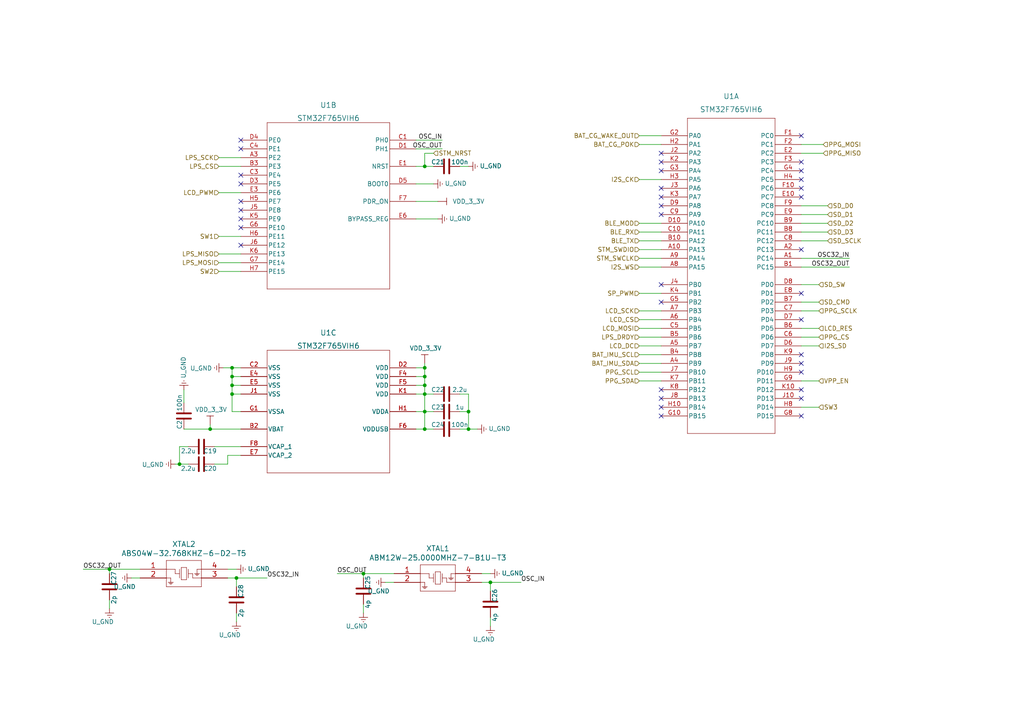
<source format=kicad_sch>
(kicad_sch (version 20211123) (generator eeschema)
  (paper "A4")
  (lib_symbols
    (symbol "Device:C" (pin_numbers hide) (pin_names (offset 0.254))
      (property "Reference" "C" (at 0.635 2.54 0))
      (property "Value" "C" (at 0.635 -2.54 0))
      (symbol "C_0_1"
        (polyline (pts (xy -2.032 -0.762) (xy 2.032 -0.762)) (stroke (width 0.508)))
        (polyline (pts (xy -2.032 0.762) (xy 2.032 0.762)) (stroke (width 0.508)))
      )
      (symbol "C_1_1"
        (pin passive line (at 0 3.81 270) (length 2.794) (name "~") (number "1"))
        (pin passive line (at 0 -3.81 90) (length 2.794) (name "~") (number "2"))
      )
    )
    (symbol "User_library:ABM12W-25.0000MHZ-7-B1U-T3" (pin_names (offset 0.254) hide)
      (property "Reference" "XTAL" (at 12.7 3.81 0))
      (property "Value" "User_library_ABM12W-25.0000MHZ-7-B1U-T3" (at 12.7 -7.62 0))
      (symbol "ABM12W-25.0000MHZ-7-B1U-T3_1_1"
        (polyline (pts (xy 7.62 -5.08) (xy 17.78 -5.08)) (stroke (width 0.127)))
        (polyline (pts (xy 7.62 -2.54) (xy 8.89 -2.54)) (stroke (width 0.127)))
        (polyline (pts (xy 7.62 0) (xy 10.16 0)) (stroke (width 0.127)))
        (polyline (pts (xy 7.62 2.54) (xy 7.62 -5.08)) (stroke (width 0.127)))
        (polyline (pts (xy 8.128 -3.81) (xy 9.652 -3.81)) (stroke (width 0.127)))
        (polyline (pts (xy 8.382 -4.064) (xy 9.398 -4.064)) (stroke (width 0.127)))
        (polyline (pts (xy 8.636 -4.318) (xy 9.144 -4.318)) (stroke (width 0.127)))
        (polyline (pts (xy 8.89 -2.54) (xy 8.89 -3.81)) (stroke (width 0.127)))
        (polyline (pts (xy 10.16 -1.27) (xy 11.43 -1.27)) (stroke (width 0.127)))
        (polyline (pts (xy 10.16 0) (xy 10.16 -1.27)) (stroke (width 0.127)))
        (polyline (pts (xy 11.43 0) (xy 11.43 -2.54)) (stroke (width 0.127)))
        (polyline (pts (xy 11.938 -3.048) (xy 13.462 -3.048)) (stroke (width 0.127)))
        (polyline (pts (xy 11.938 0.508) (xy 11.938 -3.048)) (stroke (width 0.127)))
        (polyline (pts (xy 13.462 -3.048) (xy 13.462 0.508)) (stroke (width 0.127)))
        (polyline (pts (xy 13.462 0.508) (xy 11.938 0.508)) (stroke (width 0.127)))
        (polyline (pts (xy 13.97 -1.27) (xy 15.24 -1.27)) (stroke (width 0.127)))
        (polyline (pts (xy 13.97 0) (xy 13.97 -2.54)) (stroke (width 0.127)))
        (polyline (pts (xy 15.24 -2.54) (xy 17.78 -2.54)) (stroke (width 0.127)))
        (polyline (pts (xy 15.24 -1.27) (xy 15.24 -2.54)) (stroke (width 0.127)))
        (polyline (pts (xy 16.51 0) (xy 16.51 -1.27)) (stroke (width 0.127)))
        (polyline (pts (xy 16.764 -1.778) (xy 16.256 -1.778)) (stroke (width 0.127)))
        (polyline (pts (xy 17.018 -1.524) (xy 16.002 -1.524)) (stroke (width 0.127)))
        (polyline (pts (xy 17.272 -1.27) (xy 15.748 -1.27)) (stroke (width 0.127)))
        (polyline (pts (xy 17.78 -5.08) (xy 17.78 2.54)) (stroke (width 0.127)))
        (polyline (pts (xy 17.78 0) (xy 16.51 0)) (stroke (width 0.127)))
        (polyline (pts (xy 17.78 2.54) (xy 7.62 2.54)) (stroke (width 0.127)))
        (pin unspecified line (at 0 0 0) (length 7.62) (name "1") (number "1"))
        (pin unspecified line (at 0 -2.54 0) (length 7.62) (name "2") (number "2"))
        (pin unspecified line (at 25.4 -2.54 180) (length 7.62) (name "3") (number "3"))
        (pin unspecified line (at 25.4 0 180) (length 7.62) (name "4") (number "4"))
      )
    )
    (symbol "User_library:ABS04W-32.768KHZ-6-D2-T5" (pin_names (offset 0.254) hide)
      (property "Reference" "XTAL" (at 12.7 3.81 0))
      (property "Value" "User_library_ABS04W-32.768KHZ-6-D2-T5" (at 12.7 -7.62 0))
      (symbol "ABS04W-32.768KHZ-6-D2-T5_1_1"
        (polyline (pts (xy 7.62 -5.08) (xy 17.78 -5.08)) (stroke (width 0.127)))
        (polyline (pts (xy 7.62 -2.54) (xy 8.89 -2.54)) (stroke (width 0.127)))
        (polyline (pts (xy 7.62 0) (xy 10.16 0)) (stroke (width 0.127)))
        (polyline (pts (xy 7.62 2.54) (xy 7.62 -5.08)) (stroke (width 0.127)))
        (polyline (pts (xy 8.128 -3.81) (xy 9.652 -3.81)) (stroke (width 0.127)))
        (polyline (pts (xy 8.382 -4.064) (xy 9.398 -4.064)) (stroke (width 0.127)))
        (polyline (pts (xy 8.636 -4.318) (xy 9.144 -4.318)) (stroke (width 0.127)))
        (polyline (pts (xy 8.89 -2.54) (xy 8.89 -3.81)) (stroke (width 0.127)))
        (polyline (pts (xy 10.16 -1.27) (xy 11.43 -1.27)) (stroke (width 0.127)))
        (polyline (pts (xy 10.16 0) (xy 10.16 -1.27)) (stroke (width 0.127)))
        (polyline (pts (xy 11.43 0) (xy 11.43 -2.54)) (stroke (width 0.127)))
        (polyline (pts (xy 11.938 -3.048) (xy 13.462 -3.048)) (stroke (width 0.127)))
        (polyline (pts (xy 11.938 0.508) (xy 11.938 -3.048)) (stroke (width 0.127)))
        (polyline (pts (xy 13.462 -3.048) (xy 13.462 0.508)) (stroke (width 0.127)))
        (polyline (pts (xy 13.462 0.508) (xy 11.938 0.508)) (stroke (width 0.127)))
        (polyline (pts (xy 13.97 -1.27) (xy 15.24 -1.27)) (stroke (width 0.127)))
        (polyline (pts (xy 13.97 0) (xy 13.97 -2.54)) (stroke (width 0.127)))
        (polyline (pts (xy 15.24 -2.54) (xy 17.78 -2.54)) (stroke (width 0.127)))
        (polyline (pts (xy 15.24 -1.27) (xy 15.24 -2.54)) (stroke (width 0.127)))
        (polyline (pts (xy 16.51 0) (xy 16.51 -1.27)) (stroke (width 0.127)))
        (polyline (pts (xy 16.764 -1.778) (xy 16.256 -1.778)) (stroke (width 0.127)))
        (polyline (pts (xy 17.018 -1.524) (xy 16.002 -1.524)) (stroke (width 0.127)))
        (polyline (pts (xy 17.272 -1.27) (xy 15.748 -1.27)) (stroke (width 0.127)))
        (polyline (pts (xy 17.78 -5.08) (xy 17.78 2.54)) (stroke (width 0.127)))
        (polyline (pts (xy 17.78 0) (xy 16.51 0)) (stroke (width 0.127)))
        (polyline (pts (xy 17.78 2.54) (xy 7.62 2.54)) (stroke (width 0.127)))
        (pin unspecified line (at 0 0 0) (length 7.62) (name "1") (number "1"))
        (pin unspecified line (at 0 -2.54 0) (length 7.62) (name "2") (number "2"))
        (pin unspecified line (at 25.4 -2.54 180) (length 7.62) (name "3") (number "3"))
        (pin unspecified line (at 25.4 0 180) (length 7.62) (name "4") (number "4"))
      )
    )
    (symbol "User_library:STM32F765VIH6" (pin_names (offset 0.254))
      (property "Reference" "U" (at 20.32 10.16 0))
      (property "Value" "STM32F765VIH6" (at 20.32 7.62 0))
      (symbol "STM32F765VIH6_1_1"
        (polyline (pts (xy 7.62 -86.36) (xy 33.02 -86.36)) (stroke (width 0.127)))
        (polyline (pts (xy 7.62 5.08) (xy 7.62 -86.36)) (stroke (width 0.127)))
        (polyline (pts (xy 33.02 -86.36) (xy 33.02 5.08)) (stroke (width 0.127)))
        (polyline (pts (xy 33.02 5.08) (xy 7.62 5.08)) (stroke (width 0.127)))
        (pin bidirectional line (at 40.64 -35.56 180) (length 7.62) (name "PC14") (number "A1"))
        (pin bidirectional line (at 0 -33.02 0) (length 7.62) (name "PA13") (number "A10"))
        (pin bidirectional line (at 40.64 -33.02 180) (length 7.62) (name "PC13") (number "A2"))
        (pin bidirectional line (at 0 -66.04 0) (length 7.62) (name "PB9") (number "A4"))
        (pin bidirectional line (at 0 -60.96 0) (length 7.62) (name "PB7") (number "A5"))
        (pin bidirectional line (at 0 -53.34 0) (length 7.62) (name "PB4") (number "A6"))
        (pin bidirectional line (at 0 -50.8 0) (length 7.62) (name "PB3") (number "A7"))
        (pin bidirectional line (at 0 -38.1 0) (length 7.62) (name "PA15") (number "A8"))
        (pin bidirectional line (at 0 -35.56 0) (length 7.62) (name "PA14") (number "A9"))
        (pin bidirectional line (at 40.64 -38.1 180) (length 7.62) (name "PC15") (number "B1"))
        (pin bidirectional line (at 0 -30.48 0) (length 7.62) (name "PA12") (number "B10"))
        (pin bidirectional line (at 0 -63.5 0) (length 7.62) (name "PB8") (number "B4"))
        (pin bidirectional line (at 0 -58.42 0) (length 7.62) (name "PB6") (number "B5"))
        (pin bidirectional line (at 40.64 -55.88 180) (length 7.62) (name "PD5") (number "B6"))
        (pin bidirectional line (at 40.64 -48.26 180) (length 7.62) (name "PD2") (number "B7"))
        (pin bidirectional line (at 40.64 -27.94 180) (length 7.62) (name "PC11") (number "B8"))
        (pin bidirectional line (at 40.64 -25.4 180) (length 7.62) (name "PC10") (number "B9"))
        (pin bidirectional line (at 0 -27.94 0) (length 7.62) (name "PA11") (number "C10"))
        (pin bidirectional line (at 0 -55.88 0) (length 7.62) (name "PB5") (number "C5"))
        (pin bidirectional line (at 40.64 -58.42 180) (length 7.62) (name "PD6") (number "C6"))
        (pin bidirectional line (at 40.64 -50.8 180) (length 7.62) (name "PD3") (number "C7"))
        (pin bidirectional line (at 40.64 -30.48 180) (length 7.62) (name "PC12") (number "C8"))
        (pin bidirectional line (at 0 -22.86 0) (length 7.62) (name "PA9") (number "C9"))
        (pin bidirectional line (at 0 -25.4 0) (length 7.62) (name "PA10") (number "D10"))
        (pin bidirectional line (at 40.64 -60.96 180) (length 7.62) (name "PD7") (number "D6"))
        (pin bidirectional line (at 40.64 -53.34 180) (length 7.62) (name "PD4") (number "D7"))
        (pin bidirectional line (at 40.64 -43.18 180) (length 7.62) (name "PD0") (number "D8"))
        (pin bidirectional line (at 0 -20.32 0) (length 7.62) (name "PA8") (number "D9"))
        (pin bidirectional line (at 40.64 -17.78 180) (length 7.62) (name "PC7") (number "E10"))
        (pin bidirectional line (at 40.64 -5.08 180) (length 7.62) (name "PC2") (number "E2"))
        (pin bidirectional line (at 40.64 -45.72 180) (length 7.62) (name "PD1") (number "E8"))
        (pin bidirectional line (at 40.64 -22.86 180) (length 7.62) (name "PC9") (number "E9"))
        (pin bidirectional line (at 40.64 0 180) (length 7.62) (name "PC0") (number "F1"))
        (pin bidirectional line (at 40.64 -15.24 180) (length 7.62) (name "PC6") (number "F10"))
        (pin bidirectional line (at 40.64 -2.54 180) (length 7.62) (name "PC1") (number "F2"))
        (pin bidirectional line (at 40.64 -7.62 180) (length 7.62) (name "PC3") (number "F3"))
        (pin bidirectional line (at 40.64 -20.32 180) (length 7.62) (name "PC8") (number "F9"))
        (pin bidirectional line (at 0 -81.28 0) (length 7.62) (name "PB15") (number "G10"))
        (pin bidirectional line (at 0 0 0) (length 7.62) (name "PA0") (number "G2"))
        (pin bidirectional line (at 0 -10.16 0) (length 7.62) (name "PA4") (number "G3"))
        (pin bidirectional line (at 40.64 -10.16 180) (length 7.62) (name "PC4") (number "G4"))
        (pin bidirectional line (at 0 -48.26 0) (length 7.62) (name "PB2") (number "G5"))
        (pin bidirectional line (at 40.64 -81.28 180) (length 7.62) (name "PD15") (number "G8"))
        (pin bidirectional line (at 40.64 -71.12 180) (length 7.62) (name "PD11") (number "G9"))
        (pin bidirectional line (at 0 -78.74 0) (length 7.62) (name "PB14") (number "H10"))
        (pin bidirectional line (at 0 -2.54 0) (length 7.62) (name "PA1") (number "H2"))
        (pin bidirectional line (at 0 -12.7 0) (length 7.62) (name "PA5") (number "H3"))
        (pin bidirectional line (at 40.64 -12.7 180) (length 7.62) (name "PC5") (number "H4"))
        (pin bidirectional line (at 40.64 -78.74 180) (length 7.62) (name "PD14") (number "H8"))
        (pin bidirectional line (at 40.64 -68.58 180) (length 7.62) (name "PD10") (number "H9"))
        (pin bidirectional line (at 40.64 -76.2 180) (length 7.62) (name "PD13") (number "J10"))
        (pin bidirectional line (at 0 -5.08 0) (length 7.62) (name "PA2") (number "J2"))
        (pin bidirectional line (at 0 -15.24 0) (length 7.62) (name "PA6") (number "J3"))
        (pin bidirectional line (at 0 -43.18 0) (length 7.62) (name "PB0") (number "J4"))
        (pin bidirectional line (at 0 -68.58 0) (length 7.62) (name "PB10") (number "J7"))
        (pin bidirectional line (at 0 -76.2 0) (length 7.62) (name "PB13") (number "J8"))
        (pin bidirectional line (at 40.64 -66.04 180) (length 7.62) (name "PD9") (number "J9"))
        (pin bidirectional line (at 40.64 -73.66 180) (length 7.62) (name "PD12") (number "K10"))
        (pin bidirectional line (at 0 -7.62 0) (length 7.62) (name "PA3") (number "K2"))
        (pin bidirectional line (at 0 -17.78 0) (length 7.62) (name "PA7") (number "K3"))
        (pin bidirectional line (at 0 -45.72 0) (length 7.62) (name "PB1") (number "K4"))
        (pin bidirectional line (at 0 -71.12 0) (length 7.62) (name "PB11") (number "K7"))
        (pin bidirectional line (at 0 -73.66 0) (length 7.62) (name "PB12") (number "K8"))
        (pin bidirectional line (at 40.64 -63.5 180) (length 7.62) (name "PD8") (number "K9"))
      )
      (symbol "STM32F765VIH6_2_1"
        (polyline (pts (xy 7.62 -43.18) (xy 43.18 -43.18)) (stroke (width 0.127)))
        (polyline (pts (xy 7.62 5.08) (xy 7.62 -43.18)) (stroke (width 0.127)))
        (polyline (pts (xy 43.18 -43.18) (xy 43.18 5.08)) (stroke (width 0.127)))
        (polyline (pts (xy 43.18 5.08) (xy 7.62 5.08)) (stroke (width 0.127)))
        (pin bidirectional line (at 0 -5.08 0) (length 7.62) (name "PE2") (number "A3"))
        (pin bidirectional line (at 0 -7.62 0) (length 7.62) (name "PE3") (number "B3"))
        (pin bidirectional line (at 50.8 0 180) (length 7.62) (name "PH0") (number "C1"))
        (pin bidirectional line (at 0 -10.16 0) (length 7.62) (name "PE4") (number "C3"))
        (pin bidirectional line (at 0 -2.54 0) (length 7.62) (name "PE1") (number "C4"))
        (pin bidirectional line (at 50.8 -2.54 180) (length 7.62) (name "PH1") (number "D1"))
        (pin bidirectional line (at 0 -12.7 0) (length 7.62) (name "PE5") (number "D3"))
        (pin bidirectional line (at 0 0 0) (length 7.62) (name "PE0") (number "D4"))
        (pin input line (at 50.8 -12.7 180) (length 7.62) (name "BOOT0") (number "D5"))
        (pin bidirectional line (at 50.8 -7.62 180) (length 7.62) (name "NRST") (number "E1"))
        (pin bidirectional line (at 0 -15.24 0) (length 7.62) (name "PE6") (number "E3"))
        (pin bidirectional line (at 50.8 -22.86 180) (length 7.62) (name "BYPASS_REG") (number "E6"))
        (pin bidirectional line (at 50.8 -17.78 180) (length 7.62) (name "PDR_ON") (number "F7"))
        (pin bidirectional line (at 0 -25.4 0) (length 7.62) (name "PE10") (number "G6"))
        (pin bidirectional line (at 0 -35.56 0) (length 7.62) (name "PE14") (number "G7"))
        (pin bidirectional line (at 0 -17.78 0) (length 7.62) (name "PE7") (number "H5"))
        (pin bidirectional line (at 0 -27.94 0) (length 7.62) (name "PE11") (number "H6"))
        (pin bidirectional line (at 0 -38.1 0) (length 7.62) (name "PE15") (number "H7"))
        (pin bidirectional line (at 0 -20.32 0) (length 7.62) (name "PE8") (number "J5"))
        (pin bidirectional line (at 0 -30.48 0) (length 7.62) (name "PE12") (number "J6"))
        (pin bidirectional line (at 0 -22.86 0) (length 7.62) (name "PE9") (number "K5"))
        (pin bidirectional line (at 0 -33.02 0) (length 7.62) (name "PE13") (number "K6"))
      )
      (symbol "STM32F765VIH6_3_1"
        (polyline (pts (xy 7.62 -30.48) (xy 43.18 -30.48)) (stroke (width 0.127)))
        (polyline (pts (xy 7.62 5.08) (xy 7.62 -30.48)) (stroke (width 0.127)))
        (polyline (pts (xy 43.18 -30.48) (xy 43.18 5.08)) (stroke (width 0.127)))
        (polyline (pts (xy 43.18 5.08) (xy 7.62 5.08)) (stroke (width 0.127)))
        (pin power_in line (at 0 -17.78 0) (length 7.62) (name "VBAT") (number "B2"))
        (pin power_in line (at 0 0 0) (length 7.62) (name "VSS") (number "C2"))
        (pin power_in line (at 50.8 0 180) (length 7.62) (name "VDD") (number "D2"))
        (pin power_in line (at 0 -2.54 0) (length 7.62) (name "VSS") (number "E4"))
        (pin power_in line (at 0 -5.08 0) (length 7.62) (name "VSS") (number "E5"))
        (pin power_in line (at 0 -25.4 0) (length 7.62) (name "VCAP_2") (number "E7"))
        (pin power_in line (at 50.8 -2.54 180) (length 7.62) (name "VDD") (number "F4"))
        (pin power_in line (at 50.8 -5.08 180) (length 7.62) (name "VDD") (number "F5"))
        (pin power_in line (at 50.8 -17.78 180) (length 7.62) (name "VDDUSB") (number "F6"))
        (pin power_in line (at 0 -22.86 0) (length 7.62) (name "VCAP_1") (number "F8"))
        (pin power_in line (at 0 -12.7 0) (length 7.62) (name "VSSA") (number "G1"))
        (pin power_in line (at 50.8 -12.7 180) (length 7.62) (name "VDDA") (number "H1"))
        (pin power_in line (at 0 -7.62 0) (length 7.62) (name "VSS") (number "J1"))
        (pin power_in line (at 50.8 -7.62 180) (length 7.62) (name "VDD") (number "K1"))
      )
    )
    (symbol "User_power:GND" (power) (pin_names (offset 0))
      (property "Value" "User_power_GND" (at 0 -3.81 0))
      (symbol "GND_0_1"
        (polyline (pts (xy -0.635 -1.905) (xy 0.635 -1.905)))
        (polyline (pts (xy -0.127 -2.54) (xy 0.127 -2.54)))
        (polyline (pts (xy 0 -1.27) (xy 0 0)))
        (polyline (pts (xy 1.27 -1.27) (xy -1.27 -1.27)))
      )
      (symbol "GND_1_1"
        (pin power_in line (at 0 0 270) (length 0) hide (name "U_GND") (number "1"))
      )
    )
    (symbol "User_power:VDD_3.3V" (power) (pin_names (offset 0))
      (property "Value" "User_power_VDD_3.3V" (at 0 3.81 0))
      (symbol "VDD_3.3V_0_1"
        (polyline (pts (xy -1.016 2.54) (xy 0 2.54)))
        (polyline (pts (xy 0 0) (xy 0 2.54)))
        (polyline (pts (xy 0 2.54) (xy 1.016 2.54)))
      )
      (symbol "VDD_3.3V_1_1"
        (pin power_in line (at 0 0 90) (length 0) hide (name "VDD_3_3V") (number "1"))
      )
    )
  )
  (junction (at 123.19 119.38))
  (junction (at 105.41 166.37))
  (junction (at 67.31 109.22))
  (junction (at 67.31 106.68))
  (junction (at 68.58 167.64))
  (junction (at 67.31 111.76))
  (junction (at 135.89 124.46))
  (junction (at 135.89 119.38))
  (junction (at 67.31 114.3))
  (junction (at 123.19 106.68))
  (junction (at 142.24 168.91))
  (junction (at 123.19 124.46))
  (junction (at 31.75 165.1))
  (junction (at 123.19 114.3))
  (junction (at 52.07 134.62))
  (junction (at 123.19 48.26))
  (junction (at 123.19 109.22))
  (junction (at 123.19 111.76))
  (junction (at 60.96 124.46))
  (no_connect (at 232.41 57.15))
  (no_connect (at 191.77 59.69))
  (no_connect (at 232.41 49.53))
  (no_connect (at 232.41 92.71))
  (no_connect (at 69.85 60.96))
  (no_connect (at 69.85 53.34))
  (no_connect (at 232.41 54.61))
  (no_connect (at 232.41 113.03))
  (no_connect (at 191.77 62.23))
  (no_connect (at 191.77 44.45))
  (no_connect (at 69.85 50.8))
  (no_connect (at 232.41 46.99))
  (no_connect (at 191.77 46.99))
  (no_connect (at 191.77 115.57))
  (no_connect (at 232.41 85.09))
  (no_connect (at 69.85 66.04))
  (no_connect (at 232.41 72.39))
  (no_connect (at 232.41 115.57))
  (no_connect (at 232.41 120.65))
  (no_connect (at 191.77 118.11))
  (no_connect (at 191.77 82.55))
  (no_connect (at 69.85 40.64))
  (no_connect (at 232.41 102.87))
  (no_connect (at 232.41 107.95))
  (no_connect (at 191.77 113.03))
  (no_connect (at 191.77 54.61))
  (no_connect (at 232.41 39.37))
  (no_connect (at 69.85 43.18))
  (no_connect (at 69.85 58.42))
  (no_connect (at 69.85 63.5))
  (no_connect (at 232.41 52.07))
  (no_connect (at 191.77 49.53))
  (no_connect (at 232.41 105.41))
  (no_connect (at 69.85 71.12))
  (no_connect (at 191.77 57.15))
  (no_connect (at 191.77 120.65))
  (no_connect (at 191.77 87.63))
  (wire (pts (xy 237.49 110.49) (xy 232.41 110.49)))
  (wire (pts (xy 138.43 124.46) (xy 135.89 124.46)))
  (wire (pts (xy 63.5 68.58) (xy 69.85 68.58)))
  (wire (pts (xy 142.24 168.91) (xy 151.13 168.91)))
  (wire (pts (xy 120.65 58.42) (xy 127 58.42)))
  (wire (pts (xy 123.19 106.68) (xy 123.19 105.41)))
  (wire (pts (xy 240.03 59.69) (xy 232.41 59.69)))
  (wire (pts (xy 185.42 67.31) (xy 191.77 67.31)))
  (wire (pts (xy 240.03 64.77) (xy 232.41 64.77)))
  (wire (pts (xy 240.03 62.23) (xy 232.41 62.23)))
  (wire (pts (xy 142.24 168.91) (xy 142.24 171.45)))
  (wire (pts (xy 123.19 119.38) (xy 123.19 114.3)))
  (wire (pts (xy 67.31 119.38) (xy 67.31 114.3)))
  (wire (pts (xy 54.61 134.62) (xy 52.07 134.62)))
  (wire (pts (xy 185.42 72.39) (xy 191.77 72.39)))
  (wire (pts (xy 128.27 40.64) (xy 120.65 40.64)))
  (wire (pts (xy 120.65 63.5) (xy 127 63.5)))
  (wire (pts (xy 133.35 119.38) (xy 135.89 119.38)))
  (wire (pts (xy 62.23 134.62) (xy 66.04 134.62)))
  (wire (pts (xy 123.19 109.22) (xy 123.19 106.68)))
  (wire (pts (xy 185.42 74.93) (xy 191.77 74.93)))
  (wire (pts (xy 31.75 165.1) (xy 24.13 165.1)))
  (wire (pts (xy 123.19 48.26) (xy 120.65 48.26)))
  (wire (pts (xy 185.42 95.25) (xy 191.77 95.25)))
  (wire (pts (xy 64.77 106.68) (xy 67.31 106.68)))
  (wire (pts (xy 133.35 48.26) (xy 135.89 48.26)))
  (wire (pts (xy 185.42 110.49) (xy 191.77 110.49)))
  (wire (pts (xy 185.42 41.91) (xy 191.77 41.91)))
  (wire (pts (xy 67.31 111.76) (xy 67.31 109.22)))
  (wire (pts (xy 62.23 129.54) (xy 69.85 129.54)))
  (wire (pts (xy 53.34 116.84) (xy 53.34 113.03)))
  (wire (pts (xy 185.42 69.85) (xy 191.77 69.85)))
  (wire (pts (xy 67.31 106.68) (xy 69.85 106.68)))
  (wire (pts (xy 63.5 45.72) (xy 69.85 45.72)))
  (wire (pts (xy 120.65 53.34) (xy 125.73 53.34)))
  (wire (pts (xy 238.76 44.45) (xy 232.41 44.45)))
  (wire (pts (xy 40.64 165.1) (xy 31.75 165.1)))
  (wire (pts (xy 114.3 166.37) (xy 105.41 166.37)))
  (wire (pts (xy 185.42 105.41) (xy 191.77 105.41)))
  (wire (pts (xy 31.75 165.1) (xy 31.75 166.37)))
  (wire (pts (xy 60.96 124.46) (xy 69.85 124.46)))
  (wire (pts (xy 120.65 109.22) (xy 123.19 109.22)))
  (wire (pts (xy 120.65 119.38) (xy 123.19 119.38)))
  (wire (pts (xy 125.73 48.26) (xy 123.19 48.26)))
  (wire (pts (xy 31.75 176.53) (xy 31.75 173.99)))
  (wire (pts (xy 68.58 167.64) (xy 77.47 167.64)))
  (wire (pts (xy 69.85 111.76) (xy 67.31 111.76)))
  (wire (pts (xy 237.49 82.55) (xy 232.41 82.55)))
  (wire (pts (xy 63.5 48.26) (xy 69.85 48.26)))
  (wire (pts (xy 120.65 114.3) (xy 123.19 114.3)))
  (wire (pts (xy 246.38 77.47) (xy 232.41 77.47)))
  (wire (pts (xy 139.7 168.91) (xy 142.24 168.91)))
  (wire (pts (xy 185.42 39.37) (xy 191.77 39.37)))
  (wire (pts (xy 67.31 114.3) (xy 67.31 111.76)))
  (wire (pts (xy 69.85 114.3) (xy 67.31 114.3)))
  (wire (pts (xy 69.85 109.22) (xy 67.31 109.22)))
  (wire (pts (xy 240.03 67.31) (xy 232.41 67.31)))
  (wire (pts (xy 185.42 100.33) (xy 191.77 100.33)))
  (wire (pts (xy 68.58 177.8) (xy 68.58 180.34)))
  (wire (pts (xy 123.19 124.46) (xy 123.19 119.38)))
  (wire (pts (xy 185.42 52.07) (xy 191.77 52.07)))
  (wire (pts (xy 66.04 167.64) (xy 68.58 167.64)))
  (wire (pts (xy 120.65 111.76) (xy 123.19 111.76)))
  (wire (pts (xy 38.1 167.64) (xy 40.64 167.64)))
  (wire (pts (xy 105.41 166.37) (xy 97.79 166.37)))
  (wire (pts (xy 185.42 102.87) (xy 191.77 102.87)))
  (wire (pts (xy 185.42 77.47) (xy 191.77 77.47)))
  (wire (pts (xy 120.65 106.68) (xy 123.19 106.68)))
  (wire (pts (xy 123.19 124.46) (xy 125.73 124.46)))
  (wire (pts (xy 185.42 92.71) (xy 191.77 92.71)))
  (wire (pts (xy 142.24 166.37) (xy 139.7 166.37)))
  (wire (pts (xy 68.58 167.64) (xy 68.58 170.18)))
  (wire (pts (xy 185.42 85.09) (xy 191.77 85.09)))
  (wire (pts (xy 123.19 114.3) (xy 123.19 111.76)))
  (wire (pts (xy 123.19 114.3) (xy 125.73 114.3)))
  (wire (pts (xy 237.49 97.79) (xy 232.41 97.79)))
  (wire (pts (xy 63.5 78.74) (xy 69.85 78.74)))
  (wire (pts (xy 238.76 41.91) (xy 232.41 41.91)))
  (wire (pts (xy 185.42 90.17) (xy 191.77 90.17)))
  (wire (pts (xy 246.38 74.93) (xy 232.41 74.93)))
  (wire (pts (xy 111.76 168.91) (xy 114.3 168.91)))
  (wire (pts (xy 128.27 43.18) (xy 120.65 43.18)))
  (wire (pts (xy 237.49 95.25) (xy 232.41 95.25)))
  (wire (pts (xy 63.5 76.2) (xy 69.85 76.2)))
  (wire (pts (xy 63.5 55.88) (xy 69.85 55.88)))
  (wire (pts (xy 185.42 97.79) (xy 191.77 97.79)))
  (wire (pts (xy 66.04 134.62) (xy 66.04 132.08)))
  (wire (pts (xy 125.73 44.45) (xy 123.19 44.45)))
  (wire (pts (xy 123.19 111.76) (xy 123.19 109.22)))
  (wire (pts (xy 63.5 73.66) (xy 69.85 73.66)))
  (wire (pts (xy 69.85 119.38) (xy 67.31 119.38)))
  (wire (pts (xy 237.49 90.17) (xy 232.41 90.17)))
  (wire (pts (xy 123.19 119.38) (xy 125.73 119.38)))
  (wire (pts (xy 237.49 118.11) (xy 232.41 118.11)))
  (wire (pts (xy 133.35 114.3) (xy 135.89 114.3)))
  (wire (pts (xy 105.41 177.8) (xy 105.41 175.26)))
  (wire (pts (xy 240.03 69.85) (xy 232.41 69.85)))
  (wire (pts (xy 120.65 124.46) (xy 123.19 124.46)))
  (wire (pts (xy 66.04 132.08) (xy 69.85 132.08)))
  (wire (pts (xy 53.34 124.46) (xy 60.96 124.46)))
  (wire (pts (xy 237.49 100.33) (xy 232.41 100.33)))
  (wire (pts (xy 52.07 129.54) (xy 52.07 134.62)))
  (wire (pts (xy 68.58 165.1) (xy 66.04 165.1)))
  (wire (pts (xy 142.24 179.07) (xy 142.24 181.61)))
  (wire (pts (xy 237.49 87.63) (xy 232.41 87.63)))
  (wire (pts (xy 133.35 124.46) (xy 135.89 124.46)))
  (wire (pts (xy 135.89 119.38) (xy 135.89 114.3)))
  (wire (pts (xy 123.19 44.45) (xy 123.19 48.26)))
  (wire (pts (xy 185.42 107.95) (xy 191.77 107.95)))
  (wire (pts (xy 52.07 134.62) (xy 50.8 134.62)))
  (wire (pts (xy 185.42 64.77) (xy 191.77 64.77)))
  (wire (pts (xy 67.31 109.22) (xy 67.31 106.68)))
  (wire (pts (xy 135.89 124.46) (xy 135.89 119.38)))
  (wire (pts (xy 60.96 123.19) (xy 60.96 124.46)))
  (wire (pts (xy 105.41 166.37) (xy 105.41 167.64)))
  (wire (pts (xy 54.61 129.54) (xy 52.07 129.54)))
  (label "OSC_IN" (at 128.27 40.64 180))
  (label "OSC_OUT" (at 97.79 166.37 0))
  (label "OSC_IN" (at 151.13 168.91 0))
  (label "OSC_OUT" (at 128.27 43.18 180))
  (label "OSC32_OUT" (at 246.38 77.47 180))
  (label "OSC32_OUT" (at 24.13 165.1 0))
  (label "OSC32_IN" (at 246.38 74.93 180))
  (label "OSC32_IN" (at 77.47 167.64 0))
  (hierarchical_label "LPS_CS" (shape input) (at 63.5 48.26 180))
  (hierarchical_label "PPG_CS" (shape input) (at 237.49 97.79 0))
  (hierarchical_label "PPG_SCL" (shape input) (at 185.42 107.95 180))
  (hierarchical_label "LPS_MOSI" (shape input) (at 63.5 76.2 180))
  (hierarchical_label "LCD_DC" (shape input) (at 185.42 100.33 180))
  (hierarchical_label "I2S_SD" (shape input) (at 237.49 100.33 0))
  (hierarchical_label "LCD_PWM" (shape input) (at 63.5 55.88 180))
  (hierarchical_label "STM_SWDIO" (shape input) (at 185.42 72.39 180))
  (hierarchical_label "SP_PWM" (shape input) (at 185.42 85.09 180))
  (hierarchical_label "LCD_SCK" (shape input) (at 185.42 90.17 180))
  (hierarchical_label "LCD_MOSI" (shape input) (at 185.42 95.25 180))
  (hierarchical_label "SD_D1" (shape input) (at 240.03 62.23 0))
  (hierarchical_label "PPG_MOSI" (shape input) (at 238.76 41.91 0))
  (hierarchical_label "BAT_CG_WAKE_OUT" (shape input) (at 185.42 39.37 180))
  (hierarchical_label "SD_D3" (shape input) (at 240.03 67.31 0))
  (hierarchical_label "STM_NRST" (shape input) (at 125.73 44.45 0))
  (hierarchical_label "STM_SWCLK" (shape input) (at 185.42 74.93 180))
  (hierarchical_label "VPP_EN" (shape input) (at 237.49 110.49 0))
  (hierarchical_label "SD_D0" (shape input) (at 240.03 59.69 0))
  (hierarchical_label "SD_CMD" (shape input) (at 237.49 87.63 0))
  (hierarchical_label "BLE_TX" (shape input) (at 185.42 69.85 180))
  (hierarchical_label "PPG_SCLK" (shape input) (at 237.49 90.17 0))
  (hierarchical_label "I2S_WS" (shape input) (at 185.42 77.47 180))
  (hierarchical_label "BAT_IMU_SCL" (shape input) (at 185.42 102.87 180))
  (hierarchical_label "SD_D2" (shape input) (at 240.03 64.77 0))
  (hierarchical_label "LPS_DRDY" (shape input) (at 185.42 97.79 180))
  (hierarchical_label "SW2" (shape input) (at 63.5 78.74 180))
  (hierarchical_label "PPG_MISO" (shape input) (at 238.76 44.45 0))
  (hierarchical_label "LCD_CS" (shape input) (at 185.42 92.71 180))
  (hierarchical_label "SD_SW" (shape input) (at 237.49 82.55 0))
  (hierarchical_label "PPG_SDA" (shape input) (at 185.42 110.49 180))
  (hierarchical_label "BLE_MOD" (shape input) (at 185.42 64.77 180))
  (hierarchical_label "BLE_RX" (shape input) (at 185.42 67.31 180))
  (hierarchical_label "SD_SCLK" (shape input) (at 240.03 69.85 0))
  (hierarchical_label "LCD_RES" (shape input) (at 237.49 95.25 0))
  (hierarchical_label "BAT_IMU_SDA" (shape input) (at 185.42 105.41 180))
  (hierarchical_label "SW3" (shape input) (at 237.49 118.11 0))
  (hierarchical_label "BAT_CG_POK" (shape input) (at 185.42 41.91 180))
  (hierarchical_label "I2S_CK" (shape input) (at 185.42 52.07 180))
  (hierarchical_label "SW1" (shape input) (at 63.5 68.58 180))
  (hierarchical_label "LPS_SCK" (shape input) (at 63.5 45.72 180))
  (hierarchical_label "LPS_MISO" (shape input) (at 63.5 73.66 180))
  (symbol (lib_id "User_power:GND") (at 125.73 53.34 90) (unit 1)
    (property "Reference" "#PWR059" (effects hide))
    (property "Value" "GND" (at 128.9812 53.213 90) (effects (justify right)))
  )
  (symbol (lib_id "User_power:GND") (at 31.75 176.53 0) (unit 1)
    (property "Reference" "#PWR072" (effects hide))
    (property "Value" "GND" (at 33.02 180.34 0) (effects (justify right)))
  )
  (symbol (lib_id "Device:C") (at 142.24 175.26 180) (unit 1)
    (property "Reference" "C26" (at 143.51 172.72 90))
    (property "Value" "4p" (at 143.51 179.07 90))
    (property "Footprint" "User_library:UL_C_0402_1005Metric" (effects hide))
  )
  (symbol (lib_id "Device:C") (at 129.54 48.26 270) (unit 1)
    (property "Reference" "C21" (at 127 46.99 90))
    (property "Value" "100n" (at 133.35 46.99 90))
    (property "Footprint" "User_library:UL_C_0402_1005Metric" (effects hide))
  )
  (symbol (lib_id "User_power:GND") (at 64.77 106.68 270) (unit 1)
    (property "Reference" "#PWR057" (effects hide))
    (property "Value" "GND" (at 61.5188 106.807 90) (effects (justify right)))
  )
  (symbol (lib_id "User_power:GND") (at 127 63.5 90) (unit 1)
    (property "Reference" "#PWR?" (effects hide))
    (property "Value" "GND" (at 130.2512 63.373 90) (effects (justify right)))
  )
  (symbol (lib_id "User_library:STM32F765VIH6") (at 191.77 39.37 0) (unit 1)
    (property "Reference" "U1" (at 212.09 27.94 0) (effects (font (size 1.524 1.524))))
    (property "Value" "STM32F765VIH6" (at 212.09 31.75 0) (effects (font (size 1.524 1.524))))
    (property "Footprint" "User_library:TFBGA100_STM" (effects hide))
    (property "Datasheet" "STM32F765VIH6" (effects hide))
  )
  (symbol (lib_id "User_power:GND") (at 38.1 167.64 270) (unit 1)
    (property "Reference" "#PWR073" (effects hide))
    (property "Value" "GND" (at 39.37 170.18 90) (effects (justify right)))
  )
  (symbol (lib_id "User_power:VDD_3.3V") (at 60.96 123.19 0) (unit 1)
    (property "Reference" "#PWR015" (effects hide))
    (property "Value" "VDD_3.3V" (at 61.214 118.7958 0))
  )
  (symbol (lib_id "User_power:GND") (at 68.58 180.34 0) (unit 1)
    (property "Reference" "#PWR075" (effects hide))
    (property "Value" "GND" (at 69.85 184.15 0) (effects (justify right)))
  )
  (symbol (lib_id "User_library:STM32F765VIH6") (at 69.85 40.64 0) (unit 2)
    (property "Reference" "U1" (at 95.25 30.48 0) (effects (font (size 1.524 1.524))))
    (property "Value" "STM32F765VIH6" (at 95.25 34.29 0) (effects (font (size 1.524 1.524))))
    (property "Footprint" "User_library:TFBGA100_STM" (effects hide))
    (property "Datasheet" "STM32F765VIH6" (effects hide))
  )
  (symbol (lib_id "User_power:GND") (at 53.34 113.03 180) (unit 1)
    (property "Reference" "#PWR014" (effects hide))
    (property "Value" "GND" (at 53.213 109.7788 90) (effects (justify right)))
  )
  (symbol (lib_id "Device:C") (at 129.54 114.3 270) (unit 1)
    (property "Reference" "C22" (at 127 113.03 90))
    (property "Value" "2.2u" (at 133.35 113.03 90))
    (property "Footprint" "User_library:UL_C_0402_1005Metric" (effects hide))
  )
  (symbol (lib_id "Device:C") (at 105.41 171.45 180) (unit 1)
    (property "Reference" "C25" (at 106.68 168.91 90))
    (property "Value" "4p" (at 106.68 175.26 90))
    (property "Footprint" "User_library:UL_C_0402_1005Metric" (effects hide))
  )
  (symbol (lib_id "User_power:GND") (at 105.41 177.8 0) (unit 1)
    (property "Reference" "#PWR064" (effects hide))
    (property "Value" "GND" (at 106.68 181.61 0) (effects (justify right)))
  )
  (symbol (lib_id "Device:C") (at 129.54 124.46 270) (unit 1)
    (property "Reference" "C24" (at 127 123.19 90))
    (property "Value" "100n" (at 133.35 123.19 90))
    (property "Footprint" "User_library:UL_C_0402_1005Metric" (effects hide))
  )
  (symbol (lib_id "Device:C") (at 58.42 134.62 90) (unit 1)
    (property "Reference" "C20" (at 60.96 135.89 90))
    (property "Value" "2.2u" (at 54.61 135.89 90))
    (property "Footprint" "User_library:UL_C_0402_1005Metric" (effects hide))
  )
  (symbol (lib_id "User_library:STM32F765VIH6") (at 69.85 106.68 0) (unit 3)
    (property "Reference" "U1" (at 95.25 96.52 0) (effects (font (size 1.524 1.524))))
    (property "Value" "STM32F765VIH6" (at 95.25 100.33 0) (effects (font (size 1.524 1.524))))
    (property "Footprint" "User_library:TFBGA100_STM" (effects hide))
    (property "Datasheet" "STM32F765VIH6" (effects hide))
  )
  (symbol (lib_id "User_power:GND") (at 50.8 134.62 270) (unit 1)
    (property "Reference" "#PWR07" (effects hide))
    (property "Value" "GND" (at 47.5488 134.747 90) (effects (justify right)))
  )
  (symbol (lib_id "User_power:GND") (at 135.89 48.26 90) (unit 1)
    (property "Reference" "#PWR062" (effects hide))
    (property "Value" "GND" (at 139.1412 48.133 90) (effects (justify right)))
  )
  (symbol (lib_id "User_library:ABM12W-25.0000MHZ-7-B1U-T3") (at 114.3 166.37 0) (unit 1)
    (property "Reference" "XTAL1" (at 127 159.0802 0) (effects (font (size 1.524 1.524))))
    (property "Value" "ABM12W-25.0000MHZ-7-B1U-T3" (at 127 161.7726 0) (effects (font (size 1.524 1.524))))
    (property "Footprint" "User_library:ABM12W" (effects hide))
  )
  (symbol (lib_id "User_library:ABS04W-32.768KHZ-6-D2-T5") (at 40.64 165.1 0) (unit 1)
    (property "Reference" "XTAL2" (at 53.34 157.8102 0) (effects (font (size 1.524 1.524))))
    (property "Value" "ABS04W-32.768KHZ-6-D2-T5" (at 53.34 160.5026 0) (effects (font (size 1.524 1.524))))
    (property "Footprint" "User_library:ABS04W" (effects hide))
  )
  (symbol (lib_id "Device:C") (at 53.34 120.65 0) (unit 1)
    (property "Reference" "C2" (at 52.07 123.19 90))
    (property "Value" "100n" (at 52.07 116.84 90))
    (property "Footprint" "User_library:UL_C_0402_1005Metric" (effects hide))
  )
  (symbol (lib_id "User_power:GND") (at 111.76 168.91 270) (unit 1)
    (property "Reference" "#PWR065" (effects hide))
    (property "Value" "GND" (at 113.03 171.45 90) (effects (justify right)))
  )
  (symbol (lib_id "User_power:GND") (at 138.43 124.46 90) (unit 1)
    (property "Reference" "#PWR063" (effects hide))
    (property "Value" "GND" (at 141.6812 124.333 90) (effects (justify right)))
  )
  (symbol (lib_id "User_power:GND") (at 142.24 166.37 90) (unit 1)
    (property "Reference" "#PWR066" (effects hide))
    (property "Value" "GND" (at 145.4912 166.243 90) (effects (justify right)))
  )
  (symbol (lib_id "Device:C") (at 31.75 170.18 180) (unit 1)
    (property "Reference" "C27" (at 33.02 167.64 90))
    (property "Value" "2p" (at 33.02 173.99 90))
    (property "Footprint" "User_library:UL_C_0402_1005Metric" (effects hide))
  )
  (symbol (lib_id "Device:C") (at 68.58 173.99 180) (unit 1)
    (property "Reference" "C28" (at 69.85 171.45 90))
    (property "Value" "2p" (at 69.85 177.8 90))
    (property "Footprint" "User_library:UL_C_0402_1005Metric" (effects hide))
  )
  (symbol (lib_id "User_power:VDD_3.3V") (at 123.19 105.41 0) (unit 1)
    (property "Reference" "#PWR058" (effects hide))
    (property "Value" "VDD_3.3V" (at 123.444 101.0158 0))
  )
  (symbol (lib_id "User_power:GND") (at 142.24 181.61 0) (unit 1)
    (property "Reference" "#PWR067" (effects hide))
    (property "Value" "GND" (at 143.51 185.42 0) (effects (justify right)))
  )
  (symbol (lib_id "Device:C") (at 58.42 129.54 90) (unit 1)
    (property "Reference" "C19" (at 60.96 130.81 90))
    (property "Value" "2.2u" (at 54.61 130.81 90))
    (property "Footprint" "User_library:UL_C_0402_1005Metric" (effects hide))
  )
  (symbol (lib_id "User_power:GND") (at 68.58 165.1 90) (unit 1)
    (property "Reference" "#PWR074" (effects hide))
    (property "Value" "GND" (at 71.8312 164.973 90) (effects (justify right)))
  )
  (symbol (lib_id "Device:C") (at 129.54 119.38 270) (unit 1)
    (property "Reference" "C23" (at 127 118.11 90))
    (property "Value" "1u" (at 133.35 118.11 90))
    (property "Footprint" "User_library:UL_C_0402_1005Metric" (effects hide))
  )
  (symbol (lib_id "User_power:VDD_3.3V") (at 127 58.42 270) (unit 1)
    (property "Reference" "#PWR060" (effects hide))
    (property "Value" "VDD_3.3V" (at 135.89 58.42 90))
  )
)
</source>
